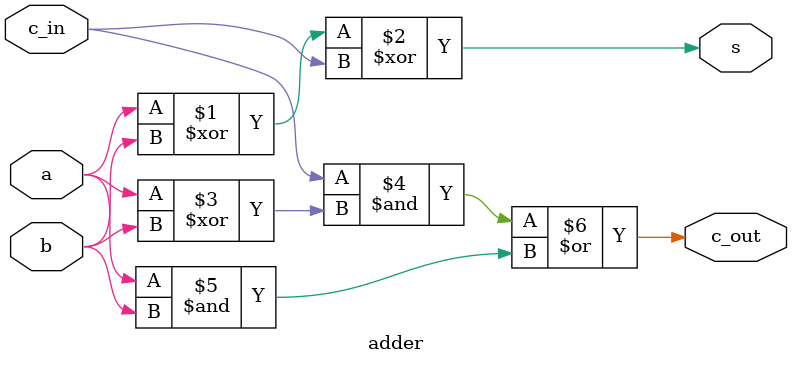
<source format=v>
`timescale 1ns / 1ps

module adder(
    input a, b, c_in,
    output s, c_out
    );
    assign s = (a^b)^c_in;
    assign c_out = c_in & (a^b) | (a&b);
endmodule

</source>
